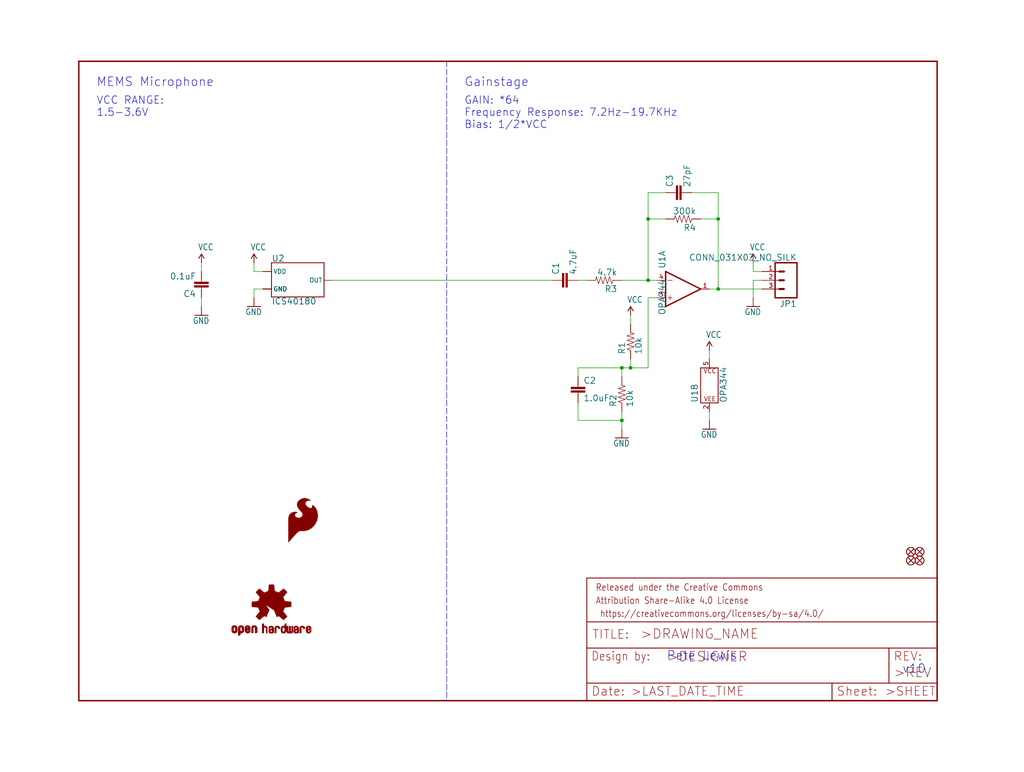
<source format=kicad_sch>
(kicad_sch (version 20211123) (generator eeschema)
  (paper "User" 297.002 223.926)
  (lib_symbols
    (symbol "eagleSchem-eagle-import:0.1UF-0603-25V-(+80{slash}-20%)"
      (property "Reference" "C" (at 1.524 2.921 0))
      (property "Value" "0.1UF-0603-25V-(+80{slash}-20%)" (at 1.524 -2.159 0))
      (symbol "0.1UF-0603-25V-(+80{slash}-20%)_1_0"
        (pin passive line (at 0 5.08 270) (length 2.54) (name "1") (number "1"))
        (pin passive line (at 0 -2.54 90) (length 2.54) (name "2") (number "2"))
      )
    )
    (symbol "eagleSchem-eagle-import:1.0UF-0603-16V-10%"
      (property "Reference" "C" (at 1.524 2.921 0))
      (property "Value" "1.0UF-0603-16V-10%" (at 1.524 -2.159 0))
      (symbol "1.0UF-0603-16V-10%_1_0"
        (pin passive line (at 0 5.08 270) (length 2.54) (name "1") (number "1"))
        (pin passive line (at 0 -2.54 90) (length 2.54) (name "2") (number "2"))
      )
    )
    (symbol "eagleSchem-eagle-import:10KOHM-0603-1{slash}10W-1%"
      (property "Reference" "R" (at 0 1.524 0))
      (property "Value" "10KOHM-0603-1{slash}10W-1%" (at 0 -1.524 0))
      (symbol "10KOHM-0603-1{slash}10W-1%_1_0"
        (pin passive line (at -5.08 0 0) (length 2.54) (name "1") (number "1"))
        (pin passive line (at 5.08 0 180) (length 2.54) (name "2") (number "2"))
      )
    )
    (symbol "eagleSchem-eagle-import:27PF-0603-50V-5%"
      (property "Reference" "C" (at 1.524 2.921 0))
      (property "Value" "27PF-0603-50V-5%" (at 1.524 -2.159 0))
      (symbol "27PF-0603-50V-5%_1_0"
        (pin passive line (at 0 5.08 270) (length 2.54) (name "1") (number "1"))
        (pin passive line (at 0 -2.54 90) (length 2.54) (name "2") (number "2"))
      )
    )
    (symbol "eagleSchem-eagle-import:300KOHM-0603-1{slash}10W-1%"
      (property "Reference" "R" (at 0 1.524 0))
      (property "Value" "300KOHM-0603-1{slash}10W-1%" (at 0 -1.524 0))
      (symbol "300KOHM-0603-1{slash}10W-1%_1_0"
        (pin passive line (at -5.08 0 0) (length 2.54) (name "1") (number "1"))
        (pin passive line (at 5.08 0 180) (length 2.54) (name "2") (number "2"))
      )
    )
    (symbol "eagleSchem-eagle-import:4.7KOHM-0603-1{slash}10W-1%"
      (property "Reference" "R" (at 0 1.524 0))
      (property "Value" "4.7KOHM-0603-1{slash}10W-1%" (at 0 -1.524 0))
      (symbol "4.7KOHM-0603-1{slash}10W-1%_1_0"
        (pin passive line (at -5.08 0 0) (length 2.54) (name "1") (number "1"))
        (pin passive line (at 5.08 0 180) (length 2.54) (name "2") (number "2"))
      )
    )
    (symbol "eagleSchem-eagle-import:4.7UF-0603-6.3V-(10%)"
      (property "Reference" "C" (at 1.524 2.921 0))
      (property "Value" "4.7UF-0603-6.3V-(10%)" (at 1.524 -2.159 0))
      (symbol "4.7UF-0603-6.3V-(10%)_1_0"
        (pin passive line (at 0 5.08 270) (length 2.54) (name "1") (number "1"))
        (pin passive line (at 0 -2.54 90) (length 2.54) (name "2") (number "2"))
      )
    )
    (symbol "eagleSchem-eagle-import:CONN_031X03_NO_SILK"
      (property "Reference" "J" (at -2.54 5.588 0))
      (property "Value" "CONN_031X03_NO_SILK" (at -2.54 -7.366 0))
      (symbol "CONN_031X03_NO_SILK_1_0"
        (pin passive line (at 7.62 -2.54 180) (length 5.08) (name "1") (number "1"))
        (pin passive line (at 7.62 0 180) (length 5.08) (name "2") (number "2"))
        (pin passive line (at 7.62 2.54 180) (length 5.08) (name "3") (number "3"))
      )
    )
    (symbol "eagleSchem-eagle-import:FIDUCIALUFIDUCIAL")
    (symbol "eagleSchem-eagle-import:FRAME-LETTER"
      (symbol "FRAME-LETTER_2_0"
        (text " https://creativecommons.org/licenses/by-sa/4.0/" (at 2.54 24.13 0) (effects (font (size 1.9304 1.6408)) (justify left bottom)))
        (text ">DESIGNER" (at 23.114 11.176 0) (effects (font (size 2.7432 2.7432)) (justify left bottom)))
        (text ">DRAWING_NAME" (at 15.494 17.78 0) (effects (font (size 2.7432 2.7432)) (justify left bottom)))
        (text ">LAST_DATE_TIME" (at 12.7 1.27 0) (effects (font (size 2.54 2.54)) (justify left bottom)))
        (text ">REV" (at 88.9 6.604 0) (effects (font (size 2.7432 2.7432)) (justify left bottom)))
        (text ">SHEET" (at 86.36 1.27 0) (effects (font (size 2.54 2.54)) (justify left bottom)))
        (text "Attribution Share-Alike 4.0 License" (at 2.54 27.94 0) (effects (font (size 1.9304 1.6408)) (justify left bottom)))
        (text "Date:" (at 1.27 1.27 0) (effects (font (size 2.54 2.54)) (justify left bottom)))
        (text "Design by:" (at 1.27 11.43 0) (effects (font (size 2.54 2.159)) (justify left bottom)))
        (text "Released under the Creative Commons" (at 2.54 31.75 0) (effects (font (size 1.9304 1.6408)) (justify left bottom)))
        (text "REV:" (at 88.9 11.43 0) (effects (font (size 2.54 2.54)) (justify left bottom)))
        (text "Sheet:" (at 72.39 1.27 0) (effects (font (size 2.54 2.54)) (justify left bottom)))
        (text "TITLE:" (at 1.524 17.78 0) (effects (font (size 2.54 2.54)) (justify left bottom)))
      )
    )
    (symbol "eagleSchem-eagle-import:GND" (power)
      (property "Value" "GND" (at 0 -0.254 0))
      (symbol "GND_1_0"
        (pin power_in line (at 0 2.54 270) (length 2.54) (name "GND") (number "1"))
      )
    )
    (symbol "eagleSchem-eagle-import:ICS40180"
      (property "Reference" "U" (at -7.62 5.334 0))
      (property "Value" "ICS40180" (at -7.62 -5.08 0))
      (symbol "ICS40180_1_0"
        (pin bidirectional line (at 10.16 0 180) (length 2.54) (name "OUT") (number "1"))
        (pin bidirectional line (at -10.16 -2.54 0) (length 2.54) (name "GND") (number "2"))
        (pin bidirectional line (at -10.16 -2.54 0) (length 2.54) (name "GND") (number "3"))
        (pin bidirectional line (at -10.16 -2.54 0) (length 2.54) (name "GND") (number "4"))
        (pin bidirectional line (at -10.16 2.54 0) (length 2.54) (name "VDD") (number "5"))
      )
    )
    (symbol "eagleSchem-eagle-import:OPA344"
      (property "Value" "OPA344" (at 5.08 -5.08 90))
      (symbol "OPA344_1_0"
        (pin output line (at 7.62 0 180) (length 2.54) (name "OUT") (number "1"))
        (pin input line (at -7.62 -2.54 0) (length 2.54) (name "+IN") (number "3"))
        (pin input line (at -7.62 2.54 0) (length 2.54) (name "-IN") (number "4"))
      )
      (symbol "OPA344_2_0"
        (text "VCC" (at 0.127 3.429 0) (effects (font (size 1.27 1.27)) (justify bottom)))
        (text "VEE" (at 0.127 -4.699 0) (effects (font (size 1.27 1.27)) (justify bottom)))
        (pin bidirectional line (at 0 -7.62 90) (length 2.54) (name "P$V-") (number "2"))
        (pin bidirectional line (at 0 7.62 270) (length 2.54) (name "P$V+") (number "5"))
      )
    )
    (symbol "eagleSchem-eagle-import:OSHW-LOGOMINI")
    (symbol "eagleSchem-eagle-import:SFE_LOGO_FLAME.1_INCH")
    (symbol "eagleSchem-eagle-import:VCC" (power)
      (property "Value" "VCC" (at 0 2.794 0))
      (symbol "VCC_1_0"
        (pin power_in line (at 0 0 90) (length 2.54) (name "VCC") (number "1"))
      )
    )
  )
  (junction (at 187.96 81.28))
  (junction (at 180.34 106.68))
  (junction (at 187.96 63.5))
  (junction (at 180.34 121.92))
  (junction (at 182.88 106.68))
  (junction (at 208.28 63.5))
  (junction (at 208.28 83.82))
  (wire (pts (xy 208.28 63.5) (xy 208.28 83.82)))
  (wire (pts (xy 58.42 86.36) (xy 58.42 88.9)))
  (wire (pts (xy 193.04 63.5) (xy 187.96 63.5)))
  (wire (pts (xy 200.66 55.88) (xy 208.28 55.88)))
  (wire (pts (xy 187.96 63.5) (xy 187.96 81.28)))
  (wire (pts (xy 167.64 109.22) (xy 167.64 106.68)))
  (wire (pts (xy 76.2 78.74) (xy 73.66 78.74)))
  (wire (pts (xy 187.96 106.68) (xy 182.88 106.68)))
  (wire (pts (xy 203.2 63.5) (xy 208.28 63.5)))
  (wire (pts (xy 73.66 76.2) (xy 73.66 78.74)))
  (wire (pts (xy 208.28 55.88) (xy 208.28 63.5)))
  (wire (pts (xy 58.42 78.74) (xy 58.42 76.2)))
  (wire (pts (xy 218.44 81.28) (xy 218.44 86.36)))
  (wire (pts (xy 167.64 121.92) (xy 180.34 121.92)))
  (wire (pts (xy 180.34 106.68) (xy 180.34 109.22)))
  (wire (pts (xy 167.64 106.68) (xy 180.34 106.68)))
  (wire (pts (xy 73.66 83.82) (xy 76.2 83.82)))
  (wire (pts (xy 73.66 86.36) (xy 73.66 83.82)))
  (wire (pts (xy 187.96 81.28) (xy 190.5 81.28)))
  (wire (pts (xy 208.28 83.82) (xy 220.98 83.82)))
  (wire (pts (xy 220.98 81.28) (xy 218.44 81.28)))
  (wire (pts (xy 180.34 124.46) (xy 180.34 121.92)))
  (wire (pts (xy 182.88 93.98) (xy 182.88 91.44)))
  (wire (pts (xy 182.88 106.68) (xy 180.34 106.68)))
  (wire (pts (xy 180.34 81.28) (xy 187.96 81.28)))
  (wire (pts (xy 193.04 55.88) (xy 187.96 55.88)))
  (wire (pts (xy 220.98 78.74) (xy 218.44 78.74)))
  (wire (pts (xy 167.64 81.28) (xy 170.18 81.28)))
  (wire (pts (xy 205.74 104.14) (xy 205.74 101.6)))
  (wire (pts (xy 167.64 116.84) (xy 167.64 121.92)))
  (wire (pts (xy 218.44 78.74) (xy 218.44 76.2)))
  (wire (pts (xy 187.96 55.88) (xy 187.96 63.5)))
  (wire (pts (xy 205.74 119.38) (xy 205.74 121.92)))
  (wire (pts (xy 180.34 121.92) (xy 180.34 119.38)))
  (polyline (pts (xy 129.54 17.78) (xy 129.54 203.2)))
  (wire (pts (xy 96.52 81.28) (xy 160.02 81.28)))
  (wire (pts (xy 187.96 86.36) (xy 187.96 106.68)))
  (wire (pts (xy 208.28 83.82) (xy 205.74 83.82)))
  (wire (pts (xy 190.5 86.36) (xy 187.96 86.36)))
  (wire (pts (xy 182.88 104.14) (xy 182.88 106.68)))
  (text "Gainstage" (at 134.62 25.4 180) (effects (font (size 2.54 2.54)) (justify left bottom)))
  (text "GAIN: *64\nFrequency Response: 7.2Hz-19.7KHz\nBias: 1/2*VCC" (at 134.62 27.94 0) (effects (font (size 2.1844 2.1844)) (justify left top)))
  (text "MEMS Microphone" (at 27.94 25.4 180) (effects (font (size 2.54 2.54)) (justify left bottom)))
  (text "VCC RANGE:\n1.5-3.6V" (at 27.94 27.94 180) (effects (font (size 2.1844 2.1844)) (justify left top)))
  (text "Pete Lewis" (at 193.294 191.77 180) (effects (font (size 2.54 2.54)) (justify left bottom)))
  (text "v10" (at 261.62 195.58 180) (effects (font (size 2.54 2.54)) (justify left bottom)))
  (symbol (lib_id "eagleSchem-eagle-import:GND") (at 205.74 124.46 0) (unit 1)
    (property "Reference" "#GND1" (effects hide))
    (property "Value" "GND" (at 203.2 127 0) (effects (font (size 1.778 1.5113)) (justify left bottom)))
    (property "Footprint" "eagleSchem:" (effects hide))
  )
  (symbol (lib_id "eagleSchem-eagle-import:FIDUCIALUFIDUCIAL") (at 264.16 162.56 0) (unit 1)
    (property "Reference" "FD4" (effects hide))
    (property "Value" "FIDUCIALUFIDUCIAL" (effects hide))
    (property "Footprint" "eagleSchem:FIDUCIAL-MICRO" (effects hide))
  )
  (symbol (lib_id "eagleSchem-eagle-import:10KOHM-0603-1{slash}10W-1%") (at 182.88 99.06 90) (unit 1)
    (property "Reference" "R1" (at 181.3814 102.87 0) (effects (font (size 1.778 1.778)) (justify left bottom)))
    (property "Value" "10k" (at 186.182 102.87 0) (effects (font (size 1.778 1.778)) (justify left bottom)))
    (property "Footprint" "eagleSchem:0603" (effects hide))
  )
  (symbol (lib_id "eagleSchem-eagle-import:VCC") (at 58.42 76.2 0) (unit 1)
    (property "Reference" "#P+5" (effects hide))
    (property "Value" "VCC" (at 57.404 72.644 0) (effects (font (size 1.778 1.5113)) (justify left bottom)))
    (property "Footprint" "eagleSchem:" (effects hide))
  )
  (symbol (lib_id "eagleSchem-eagle-import:VCC") (at 182.88 91.44 0) (unit 1)
    (property "Reference" "#P+4" (effects hide))
    (property "Value" "VCC" (at 181.864 87.884 0) (effects (font (size 1.778 1.5113)) (justify left bottom)))
    (property "Footprint" "eagleSchem:" (effects hide))
  )
  (symbol (lib_id "eagleSchem-eagle-import:FIDUCIALUFIDUCIAL") (at 266.7 160.02 0) (unit 1)
    (property "Reference" "FD2" (effects hide))
    (property "Value" "FIDUCIALUFIDUCIAL" (effects hide))
    (property "Footprint" "eagleSchem:FIDUCIAL-MICRO" (effects hide))
  )
  (symbol (lib_id "eagleSchem-eagle-import:GND") (at 58.42 91.44 0) (unit 1)
    (property "Reference" "#GND3" (effects hide))
    (property "Value" "GND" (at 55.88 93.98 0) (effects (font (size 1.778 1.5113)) (justify left bottom)))
    (property "Footprint" "eagleSchem:" (effects hide))
  )
  (symbol (lib_id "eagleSchem-eagle-import:1.0UF-0603-16V-10%") (at 167.64 114.3 0) (unit 1)
    (property "Reference" "C2" (at 169.164 111.379 0) (effects (font (size 1.778 1.778)) (justify left bottom)))
    (property "Value" "1.0uF" (at 169.164 116.459 0) (effects (font (size 1.778 1.778)) (justify left bottom)))
    (property "Footprint" "eagleSchem:0603" (effects hide))
  )
  (symbol (lib_id "eagleSchem-eagle-import:ICS40180") (at 86.36 81.28 0) (unit 1)
    (property "Reference" "U2" (at 78.74 75.946 0) (effects (font (size 1.778 1.778)) (justify left bottom)))
    (property "Value" "ICS40180" (at 78.74 86.36 0) (effects (font (size 1.778 1.778)) (justify left top)))
    (property "Footprint" "eagleSchem:ICS40180" (effects hide))
  )
  (symbol (lib_id "eagleSchem-eagle-import:GND") (at 180.34 127 0) (unit 1)
    (property "Reference" "#GND4" (effects hide))
    (property "Value" "GND" (at 177.8 129.54 0) (effects (font (size 1.778 1.5113)) (justify left bottom)))
    (property "Footprint" "eagleSchem:" (effects hide))
  )
  (symbol (lib_id "eagleSchem-eagle-import:SFE_LOGO_FLAME.1_INCH") (at 83.312 157.734 0) (unit 1)
    (property "Reference" "LOGO1" (effects hide))
    (property "Value" "SFE_LOGO_FLAME.1_INCH" (effects hide))
    (property "Footprint" "eagleSchem:SFE_LOGO_FLAME_.1" (effects hide))
  )
  (symbol (lib_id "eagleSchem-eagle-import:10KOHM-0603-1{slash}10W-1%") (at 180.34 114.3 90) (unit 1)
    (property "Reference" "R2" (at 178.8414 118.11 0) (effects (font (size 1.778 1.778)) (justify left bottom)))
    (property "Value" "10k" (at 183.642 118.11 0) (effects (font (size 1.778 1.778)) (justify left bottom)))
    (property "Footprint" "eagleSchem:0603" (effects hide))
  )
  (symbol (lib_id "eagleSchem-eagle-import:FIDUCIALUFIDUCIAL") (at 266.7 162.56 0) (unit 1)
    (property "Reference" "FD3" (effects hide))
    (property "Value" "FIDUCIALUFIDUCIAL" (effects hide))
    (property "Footprint" "eagleSchem:FIDUCIAL-MICRO" (effects hide))
  )
  (symbol (lib_id "eagleSchem-eagle-import:4.7KOHM-0603-1{slash}10W-1%") (at 175.26 81.28 180) (unit 1)
    (property "Reference" "R3" (at 179.07 82.7786 0) (effects (font (size 1.778 1.778)) (justify left bottom)))
    (property "Value" "4.7k" (at 179.07 77.978 0) (effects (font (size 1.778 1.778)) (justify left bottom)))
    (property "Footprint" "eagleSchem:0603" (effects hide))
  )
  (symbol (lib_id "eagleSchem-eagle-import:VCC") (at 205.74 101.6 0) (unit 1)
    (property "Reference" "#P+1" (effects hide))
    (property "Value" "VCC" (at 204.724 98.044 0) (effects (font (size 1.778 1.5113)) (justify left bottom)))
    (property "Footprint" "eagleSchem:" (effects hide))
  )
  (symbol (lib_id "eagleSchem-eagle-import:27PF-0603-50V-5%") (at 198.12 55.88 90) (unit 1)
    (property "Reference" "C3" (at 195.199 54.356 0) (effects (font (size 1.778 1.778)) (justify left bottom)))
    (property "Value" "27pF" (at 200.279 54.356 0) (effects (font (size 1.778 1.778)) (justify left bottom)))
    (property "Footprint" "eagleSchem:0603" (effects hide))
  )
  (symbol (lib_id "eagleSchem-eagle-import:VCC") (at 73.66 76.2 0) (unit 1)
    (property "Reference" "#P+3" (effects hide))
    (property "Value" "VCC" (at 72.644 72.644 0) (effects (font (size 1.778 1.5113)) (justify left bottom)))
    (property "Footprint" "eagleSchem:" (effects hide))
  )
  (symbol (lib_id "eagleSchem-eagle-import:4.7UF-0603-6.3V-(10%)") (at 165.1 81.28 90) (unit 1)
    (property "Reference" "C1" (at 162.179 79.756 0) (effects (font (size 1.778 1.778)) (justify left bottom)))
    (property "Value" "4.7uF" (at 167.259 79.756 0) (effects (font (size 1.778 1.778)) (justify left bottom)))
    (property "Footprint" "eagleSchem:0603" (effects hide))
  )
  (symbol (lib_id "eagleSchem-eagle-import:0.1UF-0603-25V-(+80{slash}-20%)") (at 58.42 81.28 180) (unit 1)
    (property "Reference" "C4" (at 56.896 84.201 0) (effects (font (size 1.778 1.778)) (justify left bottom)))
    (property "Value" "0.1uF" (at 56.896 79.121 0) (effects (font (size 1.778 1.778)) (justify left bottom)))
    (property "Footprint" "eagleSchem:0603" (effects hide))
  )
  (symbol (lib_id "eagleSchem-eagle-import:GND") (at 73.66 88.9 0) (unit 1)
    (property "Reference" "#GND5" (effects hide))
    (property "Value" "GND" (at 71.12 91.44 0) (effects (font (size 1.778 1.5113)) (justify left bottom)))
    (property "Footprint" "eagleSchem:" (effects hide))
  )
  (symbol (lib_id "eagleSchem-eagle-import:FRAME-LETTER") (at 22.86 203.2 0) (unit 1)
    (property "Reference" "FRAME2" (effects hide))
    (property "Value" "FRAME-LETTER" (effects hide))
    (property "Footprint" "eagleSchem:CREATIVE_COMMONS" (effects hide))
  )
  (symbol (lib_id "eagleSchem-eagle-import:FIDUCIALUFIDUCIAL") (at 264.16 160.02 0) (unit 1)
    (property "Reference" "FD1" (effects hide))
    (property "Value" "FIDUCIALUFIDUCIAL" (effects hide))
    (property "Footprint" "eagleSchem:FIDUCIAL-MICRO" (effects hide))
  )
  (symbol (lib_id "eagleSchem-eagle-import:CONN_031X03_NO_SILK") (at 228.6 81.28 180) (unit 1)
    (property "Reference" "JP1" (at 231.14 87.122 0) (effects (font (size 1.778 1.778)) (justify left bottom)))
    (property "Value" "CONN_031X03_NO_SILK" (at 231.14 73.66 0) (effects (font (size 1.778 1.778)) (justify left bottom)))
    (property "Footprint" "eagleSchem:1X03_NO_SILK" (effects hide))
  )
  (symbol (lib_id "eagleSchem-eagle-import:300KOHM-0603-1{slash}10W-1%") (at 198.12 63.5 180) (unit 1)
    (property "Reference" "R4" (at 201.93 64.9986 0) (effects (font (size 1.778 1.778)) (justify left bottom)))
    (property "Value" "300k" (at 201.93 60.198 0) (effects (font (size 1.778 1.778)) (justify left bottom)))
    (property "Footprint" "eagleSchem:0603" (effects hide))
  )
  (symbol (lib_id "eagleSchem-eagle-import:FRAME-LETTER") (at 170.18 203.2 0) (unit 2)
    (property "Reference" "FRAME2" (effects hide))
    (property "Value" "FRAME-LETTER" (effects hide))
    (property "Footprint" "eagleSchem:CREATIVE_COMMONS" (effects hide))
  )
  (symbol (lib_id "eagleSchem-eagle-import:OSHW-LOGOMINI") (at 78.74 175.26 0) (unit 1)
    (property "Reference" "LOGO2" (effects hide))
    (property "Value" "OSHW-LOGOMINI" (effects hide))
    (property "Footprint" "eagleSchem:OSHW-LOGO-MINI" (effects hide))
  )
  (symbol (lib_id "eagleSchem-eagle-import:VCC") (at 218.44 76.2 0) (unit 1)
    (property "Reference" "#P+2" (effects hide))
    (property "Value" "VCC" (at 217.424 72.644 0) (effects (font (size 1.778 1.5113)) (justify left bottom)))
    (property "Footprint" "eagleSchem:" (effects hide))
  )
  (symbol (lib_id "eagleSchem-eagle-import:GND") (at 218.44 88.9 0) (unit 1)
    (property "Reference" "#GND2" (effects hide))
    (property "Value" "GND" (at 215.9 91.44 0) (effects (font (size 1.778 1.5113)) (justify left bottom)))
    (property "Footprint" "eagleSchem:" (effects hide))
  )
  (symbol (lib_id "eagleSchem-eagle-import:OPA344") (at 205.74 111.76 0) (unit 2)
    (property "Reference" "U1" (at 202.438 116.84 90) (effects (font (size 1.778 1.778)) (justify left bottom)))
    (property "Value" "OPA344" (at 210.82 116.84 90) (effects (font (size 1.778 1.778)) (justify left bottom)))
    (property "Footprint" "eagleSchem:SOT23-5" (effects hide))
  )
  (symbol (lib_id "eagleSchem-eagle-import:OPA344") (at 198.12 83.82 0) (unit 1)
    (property "Reference" "U1" (at 193.04 77.978 90) (effects (font (size 1.778 1.778)) (justify left bottom)))
    (property "Value" "OPA344" (at 193.04 91.44 90) (effects (font (size 1.778 1.778)) (justify left bottom)))
    (property "Footprint" "eagleSchem:SOT23-5" (effects hide))
  )
)
</source>
